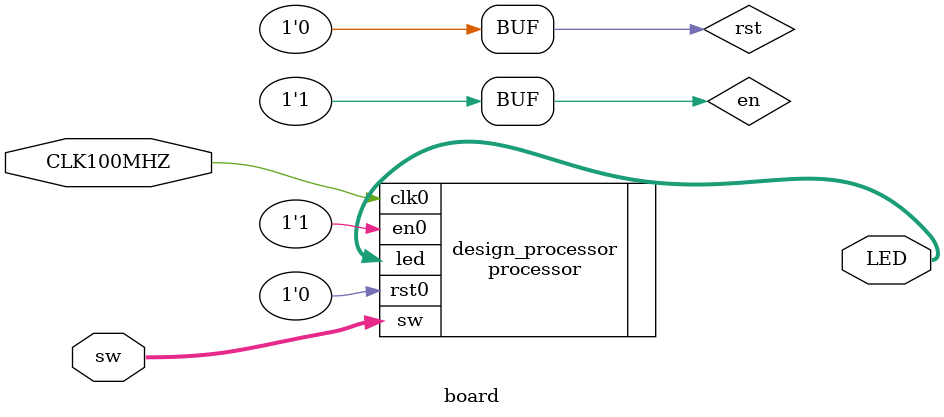
<source format=v>
`timescale 1ns / 1ps


module board(
    input wire CLK100MHZ,
    input wire [15:0] sw,
//    input wire btnL,
//    input wire btnR,
    output wire [15:0] LED
);
//reg en,rst;
//always@(btnL) rst = 1;
//always@(posedge CLK100MHZ) begin
//    if (~btnL == 0 && rst == 1) rst = 0;
//end
//always@(btnR) begin
//    if(en == 1) en = 0;
//    else en = 1;
//end
reg en=1;
reg rst=0;
    
processor design_processor(
    .clk0(CLK100MHZ),
    .rst0(rst),
    .en0(en),
    .sw(sw),
    .led(LED)
);
endmodule
</source>
